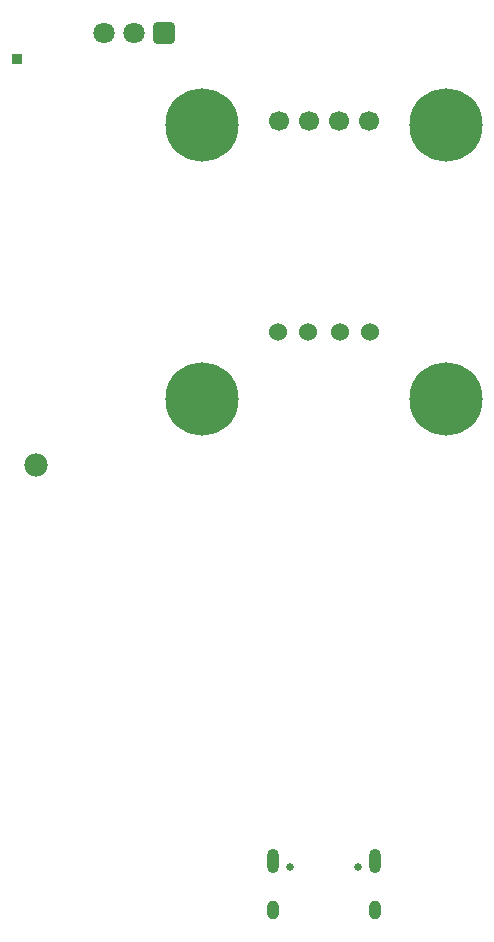
<source format=gbr>
G04 #@! TF.GenerationSoftware,KiCad,Pcbnew,6.0.11-2627ca5db0~126~ubuntu20.04.1*
G04 #@! TF.CreationDate,2023-07-03T19:04:25-05:00*
G04 #@! TF.ProjectId,iot-badge-433,696f742d-6261-4646-9765-2d3433332e6b,rev?*
G04 #@! TF.SameCoordinates,Original*
G04 #@! TF.FileFunction,Soldermask,Bot*
G04 #@! TF.FilePolarity,Negative*
%FSLAX46Y46*%
G04 Gerber Fmt 4.6, Leading zero omitted, Abs format (unit mm)*
G04 Created by KiCad (PCBNEW 6.0.11-2627ca5db0~126~ubuntu20.04.1) date 2023-07-03 19:04:25*
%MOMM*%
%LPD*%
G01*
G04 APERTURE LIST*
G04 Aperture macros list*
%AMRoundRect*
0 Rectangle with rounded corners*
0 $1 Rounding radius*
0 $2 $3 $4 $5 $6 $7 $8 $9 X,Y pos of 4 corners*
0 Add a 4 corners polygon primitive as box body*
4,1,4,$2,$3,$4,$5,$6,$7,$8,$9,$2,$3,0*
0 Add four circle primitives for the rounded corners*
1,1,$1+$1,$2,$3*
1,1,$1+$1,$4,$5*
1,1,$1+$1,$6,$7*
1,1,$1+$1,$8,$9*
0 Add four rect primitives between the rounded corners*
20,1,$1+$1,$2,$3,$4,$5,0*
20,1,$1+$1,$4,$5,$6,$7,0*
20,1,$1+$1,$6,$7,$8,$9,0*
20,1,$1+$1,$8,$9,$2,$3,0*%
G04 Aperture macros list end*
%ADD10C,1.980000*%
%ADD11C,0.650000*%
%ADD12O,1.000000X2.100000*%
%ADD13O,1.000000X1.600000*%
%ADD14C,6.200000*%
%ADD15C,1.700000*%
%ADD16C,1.524000*%
%ADD17RoundRect,0.248400X0.651600X0.651600X-0.651600X0.651600X-0.651600X-0.651600X0.651600X-0.651600X0*%
%ADD18C,1.800000*%
%ADD19R,0.850000X0.850000*%
G04 APERTURE END LIST*
D10*
X110650000Y-109200000D03*
D11*
X137890000Y-143196000D03*
X132110000Y-143196000D03*
D12*
X130680000Y-142666000D03*
D13*
X139320000Y-146846000D03*
X130680000Y-146846000D03*
D12*
X139320000Y-142666000D03*
D14*
X145350000Y-103548000D03*
X145350000Y-80348000D03*
X124650000Y-80348000D03*
X124650000Y-103548000D03*
D15*
X131190000Y-79998000D03*
X133730000Y-79998000D03*
X136270000Y-79998000D03*
X138810000Y-79998000D03*
D16*
X131137000Y-97898000D03*
X133677000Y-97898000D03*
X136323000Y-97898000D03*
X138863000Y-97898000D03*
D17*
X121500000Y-72600000D03*
D18*
X118960000Y-72600000D03*
X116420000Y-72600000D03*
D19*
X109000000Y-74800000D03*
M02*

</source>
